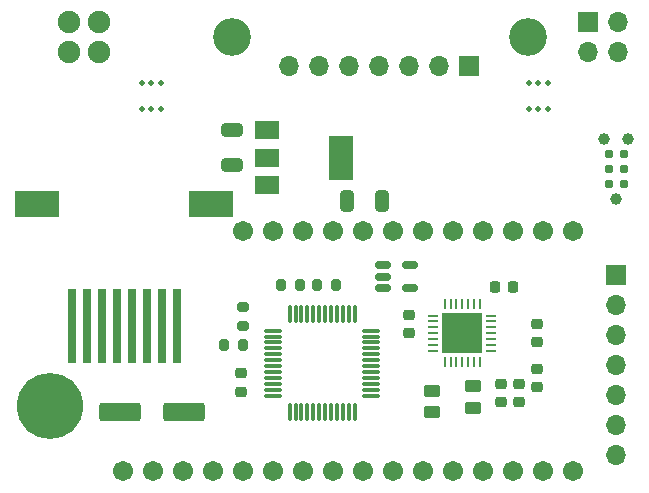
<source format=gts>
G04 #@! TF.GenerationSoftware,KiCad,Pcbnew,(5.99.0-10090-g11a7729ab8)*
G04 #@! TF.CreationDate,2021-04-12T14:48:57-04:00*
G04 #@! TF.ProjectId,syringe_board,73797269-6e67-4655-9f62-6f6172642e6b,4.2*
G04 #@! TF.SameCoordinates,Original*
G04 #@! TF.FileFunction,Soldermask,Top*
G04 #@! TF.FilePolarity,Negative*
%FSLAX46Y46*%
G04 Gerber Fmt 4.6, Leading zero omitted, Abs format (unit mm)*
G04 Created by KiCad (PCBNEW (5.99.0-10090-g11a7729ab8)) date 2021-04-12 14:48:57*
%MOMM*%
%LPD*%
G01*
G04 APERTURE LIST*
G04 Aperture macros list*
%AMRoundRect*
0 Rectangle with rounded corners*
0 $1 Rounding radius*
0 $2 $3 $4 $5 $6 $7 $8 $9 X,Y pos of 4 corners*
0 Add a 4 corners polygon primitive as box body*
4,1,4,$2,$3,$4,$5,$6,$7,$8,$9,$2,$3,0*
0 Add four circle primitives for the rounded corners*
1,1,$1+$1,$2,$3*
1,1,$1+$1,$4,$5*
1,1,$1+$1,$6,$7*
1,1,$1+$1,$8,$9*
0 Add four rect primitives between the rounded corners*
20,1,$1+$1,$2,$3,$4,$5,0*
20,1,$1+$1,$4,$5,$6,$7,0*
20,1,$1+$1,$6,$7,$8,$9,0*
20,1,$1+$1,$8,$9,$2,$3,0*%
G04 Aperture macros list end*
%ADD10RoundRect,0.200000X0.200000X0.275000X-0.200000X0.275000X-0.200000X-0.275000X0.200000X-0.275000X0*%
%ADD11C,1.711200*%
%ADD12RoundRect,0.225000X0.250000X-0.225000X0.250000X0.225000X-0.250000X0.225000X-0.250000X-0.225000X0*%
%ADD13RoundRect,0.250000X0.450000X-0.262500X0.450000X0.262500X-0.450000X0.262500X-0.450000X-0.262500X0*%
%ADD14RoundRect,0.250000X-1.500000X-0.550000X1.500000X-0.550000X1.500000X0.550000X-1.500000X0.550000X0*%
%ADD15RoundRect,0.200000X-0.200000X-0.275000X0.200000X-0.275000X0.200000X0.275000X-0.200000X0.275000X0*%
%ADD16RoundRect,0.250000X-0.450000X0.262500X-0.450000X-0.262500X0.450000X-0.262500X0.450000X0.262500X0*%
%ADD17RoundRect,0.062500X0.337500X0.062500X-0.337500X0.062500X-0.337500X-0.062500X0.337500X-0.062500X0*%
%ADD18RoundRect,0.062500X0.062500X0.337500X-0.062500X0.337500X-0.062500X-0.337500X0.062500X-0.337500X0*%
%ADD19R,3.350000X3.350000*%
%ADD20RoundRect,0.225000X-0.250000X0.225000X-0.250000X-0.225000X0.250000X-0.225000X0.250000X0.225000X0*%
%ADD21RoundRect,0.225000X0.225000X0.250000X-0.225000X0.250000X-0.225000X-0.250000X0.225000X-0.250000X0*%
%ADD22RoundRect,0.150000X-0.512500X-0.150000X0.512500X-0.150000X0.512500X0.150000X-0.512500X0.150000X0*%
%ADD23RoundRect,0.200000X-0.275000X0.200000X-0.275000X-0.200000X0.275000X-0.200000X0.275000X0.200000X0*%
%ADD24RoundRect,0.075000X0.075000X-0.662500X0.075000X0.662500X-0.075000X0.662500X-0.075000X-0.662500X0*%
%ADD25RoundRect,0.075000X0.662500X-0.075000X0.662500X0.075000X-0.662500X0.075000X-0.662500X-0.075000X0*%
%ADD26C,0.500000*%
%ADD27O,1.900000X1.900000*%
%ADD28R,1.700000X1.700000*%
%ADD29O,1.700000X1.700000*%
%ADD30C,0.990600*%
%ADD31C,0.787400*%
%ADD32RoundRect,0.250000X0.650000X-0.325000X0.650000X0.325000X-0.650000X0.325000X-0.650000X-0.325000X0*%
%ADD33C,3.200000*%
%ADD34C,5.600000*%
%ADD35R,2.000000X1.500000*%
%ADD36R,2.000000X3.800000*%
%ADD37RoundRect,0.250000X0.325000X0.650000X-0.325000X0.650000X-0.325000X-0.650000X0.325000X-0.650000X0*%
%ADD38R,0.760000X6.350000*%
%ADD39R,3.700000X2.200000*%
G04 APERTURE END LIST*
D10*
X141922000Y-97000637D03*
X140272000Y-97000637D03*
D11*
X123825000Y-112776000D03*
X126365000Y-112776000D03*
X128905000Y-112776000D03*
X131445000Y-112776000D03*
X133985000Y-112776000D03*
X136525000Y-112776000D03*
X139065000Y-112776000D03*
X141605000Y-112776000D03*
X144145000Y-112776000D03*
X146685000Y-112776000D03*
X149225000Y-112776000D03*
X151765000Y-112776000D03*
X154305000Y-112776000D03*
X156845000Y-112776000D03*
X159385000Y-112776000D03*
X161925000Y-112776000D03*
X161925000Y-92456000D03*
X159385000Y-92456000D03*
X156845000Y-92456000D03*
X154305000Y-92456000D03*
X151765000Y-92456000D03*
X149225000Y-92456000D03*
X146685000Y-92456000D03*
X144145000Y-92456000D03*
X141605000Y-92456000D03*
X139065000Y-92456000D03*
X136525000Y-92456000D03*
X133985000Y-92456000D03*
D12*
X155888500Y-106955000D03*
X155888500Y-105405000D03*
X148100000Y-101075000D03*
X148100000Y-99525000D03*
D13*
X153500000Y-107412500D03*
X153500000Y-105587500D03*
D12*
X158936500Y-101875000D03*
X158936500Y-100325000D03*
D14*
X123588800Y-107797600D03*
X128988800Y-107797600D03*
D15*
X137224000Y-97000637D03*
X138874000Y-97000637D03*
D16*
X150012400Y-105970700D03*
X150012400Y-107795700D03*
D17*
X155036500Y-102600000D03*
X155036500Y-102100000D03*
X155036500Y-101600000D03*
X155036500Y-101100000D03*
X155036500Y-100600000D03*
X155036500Y-100100000D03*
X155036500Y-99600000D03*
D18*
X154086500Y-98650000D03*
X153586500Y-98650000D03*
X153086500Y-98650000D03*
X152586500Y-98650000D03*
X152086500Y-98650000D03*
X151586500Y-98650000D03*
X151086500Y-98650000D03*
D17*
X150136500Y-99600000D03*
X150136500Y-100100000D03*
X150136500Y-100600000D03*
X150136500Y-101100000D03*
X150136500Y-101600000D03*
X150136500Y-102100000D03*
X150136500Y-102600000D03*
D18*
X151086500Y-103550000D03*
X151586500Y-103550000D03*
X152086500Y-103550000D03*
X152586500Y-103550000D03*
X153086500Y-103550000D03*
X153586500Y-103550000D03*
X154086500Y-103550000D03*
D19*
X152586500Y-101100000D03*
D20*
X157412500Y-105405000D03*
X157412500Y-106955000D03*
D21*
X156917500Y-97163000D03*
X155367500Y-97163000D03*
D12*
X158936500Y-105685000D03*
X158936500Y-104135000D03*
D22*
X145862500Y-95350000D03*
X145862500Y-96300000D03*
X145862500Y-97250000D03*
X148137500Y-97250000D03*
X148137500Y-95350000D03*
D23*
X134000000Y-98875000D03*
X134000000Y-100525000D03*
D24*
X137966000Y-107794500D03*
X138466000Y-107794500D03*
X138966000Y-107794500D03*
X139466000Y-107794500D03*
X139966000Y-107794500D03*
X140466000Y-107794500D03*
X140966000Y-107794500D03*
X141466000Y-107794500D03*
X141966000Y-107794500D03*
X142466000Y-107794500D03*
X142966000Y-107794500D03*
X143466000Y-107794500D03*
D25*
X144878500Y-106382000D03*
X144878500Y-105882000D03*
X144878500Y-105382000D03*
X144878500Y-104882000D03*
X144878500Y-104382000D03*
X144878500Y-103882000D03*
X144878500Y-103382000D03*
X144878500Y-102882000D03*
X144878500Y-102382000D03*
X144878500Y-101882000D03*
X144878500Y-101382000D03*
X144878500Y-100882000D03*
D24*
X143466000Y-99469500D03*
X142966000Y-99469500D03*
X142466000Y-99469500D03*
X141966000Y-99469500D03*
X141466000Y-99469500D03*
X140966000Y-99469500D03*
X140466000Y-99469500D03*
X139966000Y-99469500D03*
X139466000Y-99469500D03*
X138966000Y-99469500D03*
X138466000Y-99469500D03*
X137966000Y-99469500D03*
D25*
X136553500Y-100882000D03*
X136553500Y-101382000D03*
X136553500Y-101882000D03*
X136553500Y-102382000D03*
X136553500Y-102882000D03*
X136553500Y-103382000D03*
X136553500Y-103882000D03*
X136553500Y-104382000D03*
X136553500Y-104882000D03*
X136553500Y-105382000D03*
X136553500Y-105882000D03*
X136553500Y-106382000D03*
D26*
X159004000Y-79926000D03*
X158204000Y-79926000D03*
X158204000Y-82126000D03*
X159004000Y-82126000D03*
X159804000Y-82126000D03*
X159804000Y-79926000D03*
D27*
X119275000Y-74778000D03*
X121815000Y-74778000D03*
X119275000Y-77318000D03*
X121815000Y-77318000D03*
D28*
X165608000Y-96192000D03*
D29*
X165608000Y-98732000D03*
X165608000Y-101272000D03*
X165608000Y-103812000D03*
X165608000Y-106352000D03*
X165608000Y-108892000D03*
X165608000Y-111432000D03*
D30*
X164584000Y-84660000D03*
X166616000Y-84660000D03*
X165600000Y-89740000D03*
D31*
X166235000Y-88470000D03*
X164965000Y-88470000D03*
X166235000Y-87200000D03*
X164965000Y-87200000D03*
X166235000Y-85930000D03*
X164965000Y-85930000D03*
D28*
X153125000Y-78486000D03*
D29*
X150585000Y-78486000D03*
X148045000Y-78486000D03*
X145505000Y-78486000D03*
X142965000Y-78486000D03*
X140425000Y-78486000D03*
X137885000Y-78486000D03*
D26*
X126238000Y-79926000D03*
X126238000Y-82126000D03*
X125438000Y-82126000D03*
X127038000Y-82126000D03*
X127038000Y-79926000D03*
X125438000Y-79926000D03*
D20*
X133858000Y-104508000D03*
X133858000Y-106058000D03*
D32*
X133096000Y-86819000D03*
X133096000Y-83869000D03*
D33*
X133117000Y-76048000D03*
D28*
X163217000Y-74778000D03*
D29*
X165757000Y-74778000D03*
X163217000Y-77318000D03*
X165757000Y-77318000D03*
D34*
X117708000Y-107296000D03*
D35*
X136042000Y-83933000D03*
X136042000Y-86233000D03*
X136042000Y-88533000D03*
D36*
X142342000Y-86233000D03*
D33*
X158117000Y-76048000D03*
D10*
X134025000Y-102108000D03*
X132375000Y-102108000D03*
D37*
X145747000Y-89916000D03*
X142797000Y-89916000D03*
D38*
X128397000Y-100501000D03*
X127127000Y-100501000D03*
X125857000Y-100501000D03*
X124587000Y-100501000D03*
X123317000Y-100501000D03*
X122047000Y-100501000D03*
X120777000Y-100501000D03*
X119507000Y-100501000D03*
D39*
X131302000Y-90176000D03*
X116602000Y-90176000D03*
M02*

</source>
